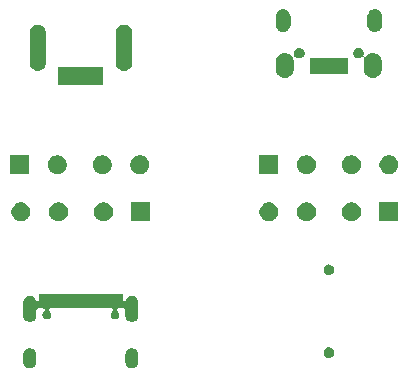
<source format=gbr>
G04 #@! TF.GenerationSoftware,KiCad,Pcbnew,(5.0.2)-1*
G04 #@! TF.CreationDate,2019-03-04T21:41:52+07:00*
G04 #@! TF.ProjectId,adapter,61646170-7465-4722-9e6b-696361645f70,rev?*
G04 #@! TF.SameCoordinates,Original*
G04 #@! TF.FileFunction,Soldermask,Top*
G04 #@! TF.FilePolarity,Negative*
%FSLAX46Y46*%
G04 Gerber Fmt 4.6, Leading zero omitted, Abs format (unit mm)*
G04 Created by KiCad (PCBNEW (5.0.2)-1) date 3/4/2019 9:41:52 PM*
%MOMM*%
%LPD*%
G01*
G04 APERTURE LIST*
%ADD10C,0.100000*%
G04 APERTURE END LIST*
D10*
G36*
X29428014Y-44056973D02*
X29531878Y-44088479D01*
X29627600Y-44139644D01*
X29711501Y-44208499D01*
X29780356Y-44292400D01*
X29831521Y-44388121D01*
X29863027Y-44491985D01*
X29871000Y-44572933D01*
X29871000Y-45227067D01*
X29863027Y-45308015D01*
X29831521Y-45411879D01*
X29780356Y-45507600D01*
X29711501Y-45591501D01*
X29627600Y-45660356D01*
X29531879Y-45711521D01*
X29428015Y-45743027D01*
X29320000Y-45753666D01*
X29211986Y-45743027D01*
X29108122Y-45711521D01*
X29012401Y-45660356D01*
X28928500Y-45591501D01*
X28859645Y-45507600D01*
X28808480Y-45411879D01*
X28776973Y-45308015D01*
X28769000Y-45227067D01*
X28769000Y-44572934D01*
X28776973Y-44491986D01*
X28808479Y-44388122D01*
X28859644Y-44292400D01*
X28928499Y-44208499D01*
X29012400Y-44139644D01*
X29108121Y-44088479D01*
X29211985Y-44056973D01*
X29320000Y-44046334D01*
X29428014Y-44056973D01*
X29428014Y-44056973D01*
G37*
G36*
X20788014Y-44056973D02*
X20891878Y-44088479D01*
X20987600Y-44139644D01*
X21071501Y-44208499D01*
X21140356Y-44292400D01*
X21191521Y-44388121D01*
X21223027Y-44491985D01*
X21231000Y-44572933D01*
X21231000Y-45227067D01*
X21223027Y-45308015D01*
X21191521Y-45411879D01*
X21140356Y-45507600D01*
X21071501Y-45591501D01*
X20987600Y-45660356D01*
X20891879Y-45711521D01*
X20788015Y-45743027D01*
X20680000Y-45753666D01*
X20571986Y-45743027D01*
X20468122Y-45711521D01*
X20372401Y-45660356D01*
X20288500Y-45591501D01*
X20219645Y-45507600D01*
X20168480Y-45411879D01*
X20136973Y-45308015D01*
X20129000Y-45227067D01*
X20129000Y-44572934D01*
X20136973Y-44491986D01*
X20168479Y-44388122D01*
X20219644Y-44292400D01*
X20288499Y-44208499D01*
X20372400Y-44139644D01*
X20468121Y-44088479D01*
X20571985Y-44056973D01*
X20680000Y-44046334D01*
X20788014Y-44056973D01*
X20788014Y-44056973D01*
G37*
G36*
X46131552Y-43966331D02*
X46213625Y-44000327D01*
X46213626Y-44000328D01*
X46213629Y-44000329D01*
X46287496Y-44049686D01*
X46287500Y-44049689D01*
X46350311Y-44112500D01*
X46350313Y-44112503D01*
X46350314Y-44112504D01*
X46399671Y-44186371D01*
X46399672Y-44186374D01*
X46399673Y-44186375D01*
X46433669Y-44268448D01*
X46451000Y-44355579D01*
X46451000Y-44444421D01*
X46433669Y-44531552D01*
X46416525Y-44572940D01*
X46399671Y-44613629D01*
X46350314Y-44687496D01*
X46350311Y-44687500D01*
X46287500Y-44750311D01*
X46287497Y-44750313D01*
X46287496Y-44750314D01*
X46213629Y-44799671D01*
X46213626Y-44799672D01*
X46213625Y-44799673D01*
X46131552Y-44833669D01*
X46044421Y-44851000D01*
X45955579Y-44851000D01*
X45868448Y-44833669D01*
X45786375Y-44799673D01*
X45786374Y-44799672D01*
X45786371Y-44799671D01*
X45712504Y-44750314D01*
X45712503Y-44750313D01*
X45712500Y-44750311D01*
X45649689Y-44687500D01*
X45649686Y-44687496D01*
X45600329Y-44613629D01*
X45583475Y-44572940D01*
X45566331Y-44531552D01*
X45549000Y-44444421D01*
X45549000Y-44355579D01*
X45566331Y-44268448D01*
X45600327Y-44186375D01*
X45600328Y-44186374D01*
X45600329Y-44186371D01*
X45649686Y-44112504D01*
X45649687Y-44112503D01*
X45649689Y-44112500D01*
X45712500Y-44049689D01*
X45712504Y-44049686D01*
X45786371Y-44000329D01*
X45786374Y-44000328D01*
X45786375Y-44000327D01*
X45868448Y-43966331D01*
X45955579Y-43949000D01*
X46044421Y-43949000D01*
X46131552Y-43966331D01*
X46131552Y-43966331D01*
G37*
G36*
X28551000Y-39964239D02*
X28553402Y-39988625D01*
X28560515Y-40012074D01*
X28572066Y-40033685D01*
X28587612Y-40052627D01*
X28606554Y-40068173D01*
X28628165Y-40079724D01*
X28651614Y-40086837D01*
X28676000Y-40089239D01*
X28700386Y-40086837D01*
X28723835Y-40079724D01*
X28745446Y-40068173D01*
X28764388Y-40052627D01*
X28779934Y-40033685D01*
X28791485Y-40012074D01*
X28795610Y-40000546D01*
X28808479Y-39958122D01*
X28859644Y-39862400D01*
X28928499Y-39778499D01*
X29012400Y-39709644D01*
X29108121Y-39658479D01*
X29211985Y-39626973D01*
X29320000Y-39616334D01*
X29428014Y-39626973D01*
X29531878Y-39658479D01*
X29627600Y-39709644D01*
X29711501Y-39778499D01*
X29780356Y-39862400D01*
X29831521Y-39958121D01*
X29863027Y-40061985D01*
X29871000Y-40142933D01*
X29871000Y-41297067D01*
X29863027Y-41378015D01*
X29831521Y-41481879D01*
X29780356Y-41577600D01*
X29711501Y-41661501D01*
X29627600Y-41730356D01*
X29531879Y-41781521D01*
X29428015Y-41813027D01*
X29320000Y-41823666D01*
X29211986Y-41813027D01*
X29108122Y-41781521D01*
X29012401Y-41730356D01*
X28928500Y-41661501D01*
X28859645Y-41577600D01*
X28808480Y-41481879D01*
X28776974Y-41378015D01*
X28769001Y-41297067D01*
X28769001Y-40805996D01*
X28766599Y-40781614D01*
X28759486Y-40758165D01*
X28747935Y-40736554D01*
X28732389Y-40717612D01*
X28713447Y-40702066D01*
X28691836Y-40690515D01*
X28668387Y-40683402D01*
X28644001Y-40681000D01*
X28172181Y-40681000D01*
X28147795Y-40683402D01*
X28124346Y-40690515D01*
X28102735Y-40702066D01*
X28083793Y-40717612D01*
X28068247Y-40736554D01*
X28056696Y-40758165D01*
X28049583Y-40781614D01*
X28047181Y-40806000D01*
X28049583Y-40830386D01*
X28056696Y-40853835D01*
X28068247Y-40875446D01*
X28083793Y-40894388D01*
X28102735Y-40909934D01*
X28129689Y-40927944D01*
X28182056Y-40980311D01*
X28182058Y-40980314D01*
X28223207Y-41041897D01*
X28251550Y-41110325D01*
X28251551Y-41110328D01*
X28266000Y-41182966D01*
X28266000Y-41257034D01*
X28258037Y-41297067D01*
X28251550Y-41329675D01*
X28223207Y-41398103D01*
X28182243Y-41459409D01*
X28182056Y-41459689D01*
X28129689Y-41512056D01*
X28129686Y-41512058D01*
X28068103Y-41553207D01*
X27999675Y-41581550D01*
X27999674Y-41581550D01*
X27999672Y-41581551D01*
X27927034Y-41596000D01*
X27852966Y-41596000D01*
X27780328Y-41581551D01*
X27780326Y-41581550D01*
X27780325Y-41581550D01*
X27711897Y-41553207D01*
X27650314Y-41512058D01*
X27650311Y-41512056D01*
X27597944Y-41459689D01*
X27597757Y-41459409D01*
X27556793Y-41398103D01*
X27528450Y-41329675D01*
X27521964Y-41297067D01*
X27514000Y-41257034D01*
X27514000Y-41182966D01*
X27528449Y-41110328D01*
X27528450Y-41110325D01*
X27556793Y-41041897D01*
X27597942Y-40980314D01*
X27597944Y-40980311D01*
X27650311Y-40927944D01*
X27677265Y-40909934D01*
X27696207Y-40894389D01*
X27711752Y-40875447D01*
X27723304Y-40853836D01*
X27730417Y-40830387D01*
X27732819Y-40806001D01*
X27730417Y-40781614D01*
X27723304Y-40758165D01*
X27711753Y-40736554D01*
X27696208Y-40717612D01*
X27677266Y-40702067D01*
X27655655Y-40690515D01*
X27632206Y-40683402D01*
X27607819Y-40681000D01*
X22392181Y-40681000D01*
X22367795Y-40683402D01*
X22344346Y-40690515D01*
X22322735Y-40702066D01*
X22303793Y-40717612D01*
X22288247Y-40736554D01*
X22276696Y-40758165D01*
X22269583Y-40781614D01*
X22267181Y-40806000D01*
X22269583Y-40830386D01*
X22276696Y-40853835D01*
X22288247Y-40875446D01*
X22303793Y-40894388D01*
X22322735Y-40909934D01*
X22349689Y-40927944D01*
X22402056Y-40980311D01*
X22402058Y-40980314D01*
X22443207Y-41041897D01*
X22471550Y-41110325D01*
X22471551Y-41110328D01*
X22486000Y-41182966D01*
X22486000Y-41257034D01*
X22478037Y-41297067D01*
X22471550Y-41329675D01*
X22443207Y-41398103D01*
X22402243Y-41459409D01*
X22402056Y-41459689D01*
X22349689Y-41512056D01*
X22349686Y-41512058D01*
X22288103Y-41553207D01*
X22219675Y-41581550D01*
X22219674Y-41581550D01*
X22219672Y-41581551D01*
X22147034Y-41596000D01*
X22072966Y-41596000D01*
X22000328Y-41581551D01*
X22000326Y-41581550D01*
X22000325Y-41581550D01*
X21931897Y-41553207D01*
X21870314Y-41512058D01*
X21870311Y-41512056D01*
X21817944Y-41459689D01*
X21817757Y-41459409D01*
X21776793Y-41398103D01*
X21748450Y-41329675D01*
X21741964Y-41297067D01*
X21734000Y-41257034D01*
X21734000Y-41182966D01*
X21748449Y-41110328D01*
X21748450Y-41110325D01*
X21776793Y-41041897D01*
X21817942Y-40980314D01*
X21817944Y-40980311D01*
X21870311Y-40927944D01*
X21897265Y-40909934D01*
X21916207Y-40894389D01*
X21931752Y-40875447D01*
X21943304Y-40853836D01*
X21950417Y-40830387D01*
X21952819Y-40806001D01*
X21950417Y-40781614D01*
X21943304Y-40758165D01*
X21931753Y-40736554D01*
X21916208Y-40717612D01*
X21897266Y-40702067D01*
X21875655Y-40690515D01*
X21852206Y-40683402D01*
X21827819Y-40681000D01*
X21356000Y-40681000D01*
X21331614Y-40683402D01*
X21308165Y-40690515D01*
X21286554Y-40702066D01*
X21267612Y-40717612D01*
X21252066Y-40736554D01*
X21240515Y-40758165D01*
X21233402Y-40781614D01*
X21231000Y-40806000D01*
X21231000Y-41297067D01*
X21223027Y-41378015D01*
X21191521Y-41481879D01*
X21140356Y-41577600D01*
X21071501Y-41661501D01*
X20987600Y-41730356D01*
X20891879Y-41781521D01*
X20788015Y-41813027D01*
X20680000Y-41823666D01*
X20571986Y-41813027D01*
X20468122Y-41781521D01*
X20372401Y-41730356D01*
X20288500Y-41661501D01*
X20219645Y-41577600D01*
X20168480Y-41481879D01*
X20136974Y-41378015D01*
X20129001Y-41297067D01*
X20129000Y-40142934D01*
X20136973Y-40061986D01*
X20168479Y-39958122D01*
X20219644Y-39862400D01*
X20288499Y-39778499D01*
X20372400Y-39709644D01*
X20468121Y-39658479D01*
X20571985Y-39626973D01*
X20680000Y-39616334D01*
X20788014Y-39626973D01*
X20891878Y-39658479D01*
X20987600Y-39709644D01*
X21071501Y-39778499D01*
X21140356Y-39862400D01*
X21191521Y-39958121D01*
X21204386Y-40000534D01*
X21213760Y-40023162D01*
X21227373Y-40043537D01*
X21244700Y-40060864D01*
X21265075Y-40074478D01*
X21287714Y-40083855D01*
X21311747Y-40088636D01*
X21336252Y-40088636D01*
X21360285Y-40083856D01*
X21382924Y-40074478D01*
X21403299Y-40060865D01*
X21420626Y-40043538D01*
X21434240Y-40023163D01*
X21443617Y-40000524D01*
X21448398Y-39976491D01*
X21449000Y-39964238D01*
X21449000Y-39429000D01*
X28551000Y-39429000D01*
X28551000Y-39964239D01*
X28551000Y-39964239D01*
G37*
G36*
X46131552Y-36966331D02*
X46213625Y-37000327D01*
X46213626Y-37000328D01*
X46213629Y-37000329D01*
X46287496Y-37049686D01*
X46287500Y-37049689D01*
X46350311Y-37112500D01*
X46350313Y-37112503D01*
X46350314Y-37112504D01*
X46399671Y-37186371D01*
X46399672Y-37186374D01*
X46399673Y-37186375D01*
X46433669Y-37268448D01*
X46451000Y-37355579D01*
X46451000Y-37444421D01*
X46433669Y-37531552D01*
X46399673Y-37613625D01*
X46399671Y-37613629D01*
X46350314Y-37687496D01*
X46350311Y-37687500D01*
X46287500Y-37750311D01*
X46287497Y-37750313D01*
X46287496Y-37750314D01*
X46213629Y-37799671D01*
X46213626Y-37799672D01*
X46213625Y-37799673D01*
X46131552Y-37833669D01*
X46044421Y-37851000D01*
X45955579Y-37851000D01*
X45868448Y-37833669D01*
X45786375Y-37799673D01*
X45786374Y-37799672D01*
X45786371Y-37799671D01*
X45712504Y-37750314D01*
X45712503Y-37750313D01*
X45712500Y-37750311D01*
X45649689Y-37687500D01*
X45649686Y-37687496D01*
X45600329Y-37613629D01*
X45600327Y-37613625D01*
X45566331Y-37531552D01*
X45549000Y-37444421D01*
X45549000Y-37355579D01*
X45566331Y-37268448D01*
X45600327Y-37186375D01*
X45600328Y-37186374D01*
X45600329Y-37186371D01*
X45649686Y-37112504D01*
X45649687Y-37112503D01*
X45649689Y-37112500D01*
X45712500Y-37049689D01*
X45712504Y-37049686D01*
X45786371Y-37000329D01*
X45786374Y-37000328D01*
X45786375Y-37000327D01*
X45868448Y-36966331D01*
X45955579Y-36949000D01*
X46044421Y-36949000D01*
X46131552Y-36966331D01*
X46131552Y-36966331D01*
G37*
G36*
X51881000Y-33301000D02*
X50279000Y-33301000D01*
X50279000Y-31699000D01*
X51881000Y-31699000D01*
X51881000Y-33301000D01*
X51881000Y-33301000D01*
G37*
G36*
X20153643Y-31729781D02*
X20299415Y-31790162D01*
X20430611Y-31877824D01*
X20542176Y-31989389D01*
X20629838Y-32120585D01*
X20690219Y-32266357D01*
X20721000Y-32421107D01*
X20721000Y-32578893D01*
X20690219Y-32733643D01*
X20629838Y-32879415D01*
X20542176Y-33010611D01*
X20430611Y-33122176D01*
X20299415Y-33209838D01*
X20153643Y-33270219D01*
X19998893Y-33301000D01*
X19841107Y-33301000D01*
X19686357Y-33270219D01*
X19540585Y-33209838D01*
X19409389Y-33122176D01*
X19297824Y-33010611D01*
X19210162Y-32879415D01*
X19149781Y-32733643D01*
X19119000Y-32578893D01*
X19119000Y-32421107D01*
X19149781Y-32266357D01*
X19210162Y-32120585D01*
X19297824Y-31989389D01*
X19409389Y-31877824D01*
X19540585Y-31790162D01*
X19686357Y-31729781D01*
X19841107Y-31699000D01*
X19998893Y-31699000D01*
X20153643Y-31729781D01*
X20153643Y-31729781D01*
G37*
G36*
X23328643Y-31729781D02*
X23474415Y-31790162D01*
X23605611Y-31877824D01*
X23717176Y-31989389D01*
X23804838Y-32120585D01*
X23865219Y-32266357D01*
X23896000Y-32421107D01*
X23896000Y-32578893D01*
X23865219Y-32733643D01*
X23804838Y-32879415D01*
X23717176Y-33010611D01*
X23605611Y-33122176D01*
X23474415Y-33209838D01*
X23328643Y-33270219D01*
X23173893Y-33301000D01*
X23016107Y-33301000D01*
X22861357Y-33270219D01*
X22715585Y-33209838D01*
X22584389Y-33122176D01*
X22472824Y-33010611D01*
X22385162Y-32879415D01*
X22324781Y-32733643D01*
X22294000Y-32578893D01*
X22294000Y-32421107D01*
X22324781Y-32266357D01*
X22385162Y-32120585D01*
X22472824Y-31989389D01*
X22584389Y-31877824D01*
X22715585Y-31790162D01*
X22861357Y-31729781D01*
X23016107Y-31699000D01*
X23173893Y-31699000D01*
X23328643Y-31729781D01*
X23328643Y-31729781D01*
G37*
G36*
X27138643Y-31729781D02*
X27284415Y-31790162D01*
X27415611Y-31877824D01*
X27527176Y-31989389D01*
X27614838Y-32120585D01*
X27675219Y-32266357D01*
X27706000Y-32421107D01*
X27706000Y-32578893D01*
X27675219Y-32733643D01*
X27614838Y-32879415D01*
X27527176Y-33010611D01*
X27415611Y-33122176D01*
X27284415Y-33209838D01*
X27138643Y-33270219D01*
X26983893Y-33301000D01*
X26826107Y-33301000D01*
X26671357Y-33270219D01*
X26525585Y-33209838D01*
X26394389Y-33122176D01*
X26282824Y-33010611D01*
X26195162Y-32879415D01*
X26134781Y-32733643D01*
X26104000Y-32578893D01*
X26104000Y-32421107D01*
X26134781Y-32266357D01*
X26195162Y-32120585D01*
X26282824Y-31989389D01*
X26394389Y-31877824D01*
X26525585Y-31790162D01*
X26671357Y-31729781D01*
X26826107Y-31699000D01*
X26983893Y-31699000D01*
X27138643Y-31729781D01*
X27138643Y-31729781D01*
G37*
G36*
X30881000Y-33301000D02*
X29279000Y-33301000D01*
X29279000Y-31699000D01*
X30881000Y-31699000D01*
X30881000Y-33301000D01*
X30881000Y-33301000D01*
G37*
G36*
X44328643Y-31729781D02*
X44474415Y-31790162D01*
X44605611Y-31877824D01*
X44717176Y-31989389D01*
X44804838Y-32120585D01*
X44865219Y-32266357D01*
X44896000Y-32421107D01*
X44896000Y-32578893D01*
X44865219Y-32733643D01*
X44804838Y-32879415D01*
X44717176Y-33010611D01*
X44605611Y-33122176D01*
X44474415Y-33209838D01*
X44328643Y-33270219D01*
X44173893Y-33301000D01*
X44016107Y-33301000D01*
X43861357Y-33270219D01*
X43715585Y-33209838D01*
X43584389Y-33122176D01*
X43472824Y-33010611D01*
X43385162Y-32879415D01*
X43324781Y-32733643D01*
X43294000Y-32578893D01*
X43294000Y-32421107D01*
X43324781Y-32266357D01*
X43385162Y-32120585D01*
X43472824Y-31989389D01*
X43584389Y-31877824D01*
X43715585Y-31790162D01*
X43861357Y-31729781D01*
X44016107Y-31699000D01*
X44173893Y-31699000D01*
X44328643Y-31729781D01*
X44328643Y-31729781D01*
G37*
G36*
X48138643Y-31729781D02*
X48284415Y-31790162D01*
X48415611Y-31877824D01*
X48527176Y-31989389D01*
X48614838Y-32120585D01*
X48675219Y-32266357D01*
X48706000Y-32421107D01*
X48706000Y-32578893D01*
X48675219Y-32733643D01*
X48614838Y-32879415D01*
X48527176Y-33010611D01*
X48415611Y-33122176D01*
X48284415Y-33209838D01*
X48138643Y-33270219D01*
X47983893Y-33301000D01*
X47826107Y-33301000D01*
X47671357Y-33270219D01*
X47525585Y-33209838D01*
X47394389Y-33122176D01*
X47282824Y-33010611D01*
X47195162Y-32879415D01*
X47134781Y-32733643D01*
X47104000Y-32578893D01*
X47104000Y-32421107D01*
X47134781Y-32266357D01*
X47195162Y-32120585D01*
X47282824Y-31989389D01*
X47394389Y-31877824D01*
X47525585Y-31790162D01*
X47671357Y-31729781D01*
X47826107Y-31699000D01*
X47983893Y-31699000D01*
X48138643Y-31729781D01*
X48138643Y-31729781D01*
G37*
G36*
X41153643Y-31729781D02*
X41299415Y-31790162D01*
X41430611Y-31877824D01*
X41542176Y-31989389D01*
X41629838Y-32120585D01*
X41690219Y-32266357D01*
X41721000Y-32421107D01*
X41721000Y-32578893D01*
X41690219Y-32733643D01*
X41629838Y-32879415D01*
X41542176Y-33010611D01*
X41430611Y-33122176D01*
X41299415Y-33209838D01*
X41153643Y-33270219D01*
X40998893Y-33301000D01*
X40841107Y-33301000D01*
X40686357Y-33270219D01*
X40540585Y-33209838D01*
X40409389Y-33122176D01*
X40297824Y-33010611D01*
X40210162Y-32879415D01*
X40149781Y-32733643D01*
X40119000Y-32578893D01*
X40119000Y-32421107D01*
X40149781Y-32266357D01*
X40210162Y-32120585D01*
X40297824Y-31989389D01*
X40409389Y-31877824D01*
X40540585Y-31790162D01*
X40686357Y-31729781D01*
X40841107Y-31699000D01*
X40998893Y-31699000D01*
X41153643Y-31729781D01*
X41153643Y-31729781D01*
G37*
G36*
X51313643Y-27729781D02*
X51459415Y-27790162D01*
X51590611Y-27877824D01*
X51702176Y-27989389D01*
X51789838Y-28120585D01*
X51850219Y-28266357D01*
X51881000Y-28421107D01*
X51881000Y-28578893D01*
X51850219Y-28733643D01*
X51789838Y-28879415D01*
X51702176Y-29010611D01*
X51590611Y-29122176D01*
X51459415Y-29209838D01*
X51313643Y-29270219D01*
X51158893Y-29301000D01*
X51001107Y-29301000D01*
X50846357Y-29270219D01*
X50700585Y-29209838D01*
X50569389Y-29122176D01*
X50457824Y-29010611D01*
X50370162Y-28879415D01*
X50309781Y-28733643D01*
X50279000Y-28578893D01*
X50279000Y-28421107D01*
X50309781Y-28266357D01*
X50370162Y-28120585D01*
X50457824Y-27989389D01*
X50569389Y-27877824D01*
X50700585Y-27790162D01*
X50846357Y-27729781D01*
X51001107Y-27699000D01*
X51158893Y-27699000D01*
X51313643Y-27729781D01*
X51313643Y-27729781D01*
G37*
G36*
X20626000Y-29301000D02*
X19024000Y-29301000D01*
X19024000Y-27699000D01*
X20626000Y-27699000D01*
X20626000Y-29301000D01*
X20626000Y-29301000D01*
G37*
G36*
X23233643Y-27729781D02*
X23379415Y-27790162D01*
X23510611Y-27877824D01*
X23622176Y-27989389D01*
X23709838Y-28120585D01*
X23770219Y-28266357D01*
X23801000Y-28421107D01*
X23801000Y-28578893D01*
X23770219Y-28733643D01*
X23709838Y-28879415D01*
X23622176Y-29010611D01*
X23510611Y-29122176D01*
X23379415Y-29209838D01*
X23233643Y-29270219D01*
X23078893Y-29301000D01*
X22921107Y-29301000D01*
X22766357Y-29270219D01*
X22620585Y-29209838D01*
X22489389Y-29122176D01*
X22377824Y-29010611D01*
X22290162Y-28879415D01*
X22229781Y-28733643D01*
X22199000Y-28578893D01*
X22199000Y-28421107D01*
X22229781Y-28266357D01*
X22290162Y-28120585D01*
X22377824Y-27989389D01*
X22489389Y-27877824D01*
X22620585Y-27790162D01*
X22766357Y-27729781D01*
X22921107Y-27699000D01*
X23078893Y-27699000D01*
X23233643Y-27729781D01*
X23233643Y-27729781D01*
G37*
G36*
X30218643Y-27729781D02*
X30364415Y-27790162D01*
X30495611Y-27877824D01*
X30607176Y-27989389D01*
X30694838Y-28120585D01*
X30755219Y-28266357D01*
X30786000Y-28421107D01*
X30786000Y-28578893D01*
X30755219Y-28733643D01*
X30694838Y-28879415D01*
X30607176Y-29010611D01*
X30495611Y-29122176D01*
X30364415Y-29209838D01*
X30218643Y-29270219D01*
X30063893Y-29301000D01*
X29906107Y-29301000D01*
X29751357Y-29270219D01*
X29605585Y-29209838D01*
X29474389Y-29122176D01*
X29362824Y-29010611D01*
X29275162Y-28879415D01*
X29214781Y-28733643D01*
X29184000Y-28578893D01*
X29184000Y-28421107D01*
X29214781Y-28266357D01*
X29275162Y-28120585D01*
X29362824Y-27989389D01*
X29474389Y-27877824D01*
X29605585Y-27790162D01*
X29751357Y-27729781D01*
X29906107Y-27699000D01*
X30063893Y-27699000D01*
X30218643Y-27729781D01*
X30218643Y-27729781D01*
G37*
G36*
X41721000Y-29301000D02*
X40119000Y-29301000D01*
X40119000Y-27699000D01*
X41721000Y-27699000D01*
X41721000Y-29301000D01*
X41721000Y-29301000D01*
G37*
G36*
X44328643Y-27729781D02*
X44474415Y-27790162D01*
X44605611Y-27877824D01*
X44717176Y-27989389D01*
X44804838Y-28120585D01*
X44865219Y-28266357D01*
X44896000Y-28421107D01*
X44896000Y-28578893D01*
X44865219Y-28733643D01*
X44804838Y-28879415D01*
X44717176Y-29010611D01*
X44605611Y-29122176D01*
X44474415Y-29209838D01*
X44328643Y-29270219D01*
X44173893Y-29301000D01*
X44016107Y-29301000D01*
X43861357Y-29270219D01*
X43715585Y-29209838D01*
X43584389Y-29122176D01*
X43472824Y-29010611D01*
X43385162Y-28879415D01*
X43324781Y-28733643D01*
X43294000Y-28578893D01*
X43294000Y-28421107D01*
X43324781Y-28266357D01*
X43385162Y-28120585D01*
X43472824Y-27989389D01*
X43584389Y-27877824D01*
X43715585Y-27790162D01*
X43861357Y-27729781D01*
X44016107Y-27699000D01*
X44173893Y-27699000D01*
X44328643Y-27729781D01*
X44328643Y-27729781D01*
G37*
G36*
X48138643Y-27729781D02*
X48284415Y-27790162D01*
X48415611Y-27877824D01*
X48527176Y-27989389D01*
X48614838Y-28120585D01*
X48675219Y-28266357D01*
X48706000Y-28421107D01*
X48706000Y-28578893D01*
X48675219Y-28733643D01*
X48614838Y-28879415D01*
X48527176Y-29010611D01*
X48415611Y-29122176D01*
X48284415Y-29209838D01*
X48138643Y-29270219D01*
X47983893Y-29301000D01*
X47826107Y-29301000D01*
X47671357Y-29270219D01*
X47525585Y-29209838D01*
X47394389Y-29122176D01*
X47282824Y-29010611D01*
X47195162Y-28879415D01*
X47134781Y-28733643D01*
X47104000Y-28578893D01*
X47104000Y-28421107D01*
X47134781Y-28266357D01*
X47195162Y-28120585D01*
X47282824Y-27989389D01*
X47394389Y-27877824D01*
X47525585Y-27790162D01*
X47671357Y-27729781D01*
X47826107Y-27699000D01*
X47983893Y-27699000D01*
X48138643Y-27729781D01*
X48138643Y-27729781D01*
G37*
G36*
X27043643Y-27729781D02*
X27189415Y-27790162D01*
X27320611Y-27877824D01*
X27432176Y-27989389D01*
X27519838Y-28120585D01*
X27580219Y-28266357D01*
X27611000Y-28421107D01*
X27611000Y-28578893D01*
X27580219Y-28733643D01*
X27519838Y-28879415D01*
X27432176Y-29010611D01*
X27320611Y-29122176D01*
X27189415Y-29209838D01*
X27043643Y-29270219D01*
X26888893Y-29301000D01*
X26731107Y-29301000D01*
X26576357Y-29270219D01*
X26430585Y-29209838D01*
X26299389Y-29122176D01*
X26187824Y-29010611D01*
X26100162Y-28879415D01*
X26039781Y-28733643D01*
X26009000Y-28578893D01*
X26009000Y-28421107D01*
X26039781Y-28266357D01*
X26100162Y-28120585D01*
X26187824Y-27989389D01*
X26299389Y-27877824D01*
X26430585Y-27790162D01*
X26576357Y-27729781D01*
X26731107Y-27699000D01*
X26888893Y-27699000D01*
X27043643Y-27729781D01*
X27043643Y-27729781D01*
G37*
G36*
X26901000Y-21751000D02*
X23099000Y-21751000D01*
X23099000Y-20249000D01*
X26901000Y-20249000D01*
X26901000Y-21751000D01*
X26901000Y-21751000D01*
G37*
G36*
X43588413Y-18605525D02*
X43663456Y-18628290D01*
X43673425Y-18631314D01*
X43751774Y-18673193D01*
X43820448Y-18729552D01*
X43876807Y-18798226D01*
X43918686Y-18876575D01*
X43918687Y-18876579D01*
X43944475Y-18961587D01*
X43953182Y-19050000D01*
X43944475Y-19138413D01*
X43927455Y-19194518D01*
X43918686Y-19223425D01*
X43876807Y-19301774D01*
X43820448Y-19370448D01*
X43751774Y-19426807D01*
X43673425Y-19468686D01*
X43663456Y-19471710D01*
X43588413Y-19494475D01*
X43522158Y-19501000D01*
X43477842Y-19501000D01*
X43411587Y-19494475D01*
X43336544Y-19471710D01*
X43326575Y-19468686D01*
X43273265Y-19440191D01*
X43248225Y-19426807D01*
X43209687Y-19395179D01*
X43188571Y-19377850D01*
X43168202Y-19364239D01*
X43145563Y-19354862D01*
X43121529Y-19350081D01*
X43097025Y-19350081D01*
X43072992Y-19354861D01*
X43050352Y-19364238D01*
X43029978Y-19377852D01*
X43012650Y-19395179D01*
X42999036Y-19415553D01*
X42989659Y-19438192D01*
X42984878Y-19462226D01*
X42984878Y-19486730D01*
X42989658Y-19510763D01*
X42993157Y-19519212D01*
X42995398Y-19526599D01*
X42995399Y-19526601D01*
X43033727Y-19652953D01*
X43039772Y-19672881D01*
X43051000Y-19786882D01*
X43051000Y-20413118D01*
X43039772Y-20527119D01*
X42995398Y-20673401D01*
X42923341Y-20808210D01*
X42826369Y-20926369D01*
X42708209Y-21023341D01*
X42708207Y-21023342D01*
X42573398Y-21095399D01*
X42454351Y-21131511D01*
X42427118Y-21139772D01*
X42275000Y-21154754D01*
X42122881Y-21139772D01*
X42095648Y-21131511D01*
X41976601Y-21095399D01*
X41841792Y-21023342D01*
X41841790Y-21023341D01*
X41723631Y-20926369D01*
X41626659Y-20808209D01*
X41554602Y-20673400D01*
X41510228Y-20527118D01*
X41499000Y-20413117D01*
X41499000Y-19786882D01*
X41510228Y-19672881D01*
X41554602Y-19526599D01*
X41626660Y-19391790D01*
X41723632Y-19273631D01*
X41841791Y-19176659D01*
X41976600Y-19104602D01*
X41976602Y-19104601D01*
X42122879Y-19060229D01*
X42122882Y-19060228D01*
X42275000Y-19045246D01*
X42427119Y-19060228D01*
X42427122Y-19060229D01*
X42573399Y-19104601D01*
X42573401Y-19104602D01*
X42708210Y-19176659D01*
X42789114Y-19243056D01*
X42826367Y-19273629D01*
X42826370Y-19273632D01*
X42856304Y-19310105D01*
X42873631Y-19327432D01*
X42894006Y-19341046D01*
X42916645Y-19350423D01*
X42940678Y-19355203D01*
X42965183Y-19355203D01*
X42989216Y-19350422D01*
X43011855Y-19341044D01*
X43032229Y-19327430D01*
X43049556Y-19310103D01*
X43063170Y-19289728D01*
X43072547Y-19267089D01*
X43077327Y-19243056D01*
X43077327Y-19218551D01*
X43072547Y-19194524D01*
X43066167Y-19173489D01*
X43055525Y-19138411D01*
X43046818Y-19050000D01*
X43055525Y-18961587D01*
X43081313Y-18876579D01*
X43081314Y-18876575D01*
X43123193Y-18798226D01*
X43179552Y-18729552D01*
X43248226Y-18673193D01*
X43326575Y-18631314D01*
X43336544Y-18628290D01*
X43411587Y-18605525D01*
X43477842Y-18599000D01*
X43522158Y-18599000D01*
X43588413Y-18605525D01*
X43588413Y-18605525D01*
G37*
G36*
X48588413Y-18605525D02*
X48663456Y-18628290D01*
X48673425Y-18631314D01*
X48751774Y-18673193D01*
X48820448Y-18729552D01*
X48876807Y-18798226D01*
X48918686Y-18876575D01*
X48918687Y-18876579D01*
X48944475Y-18961587D01*
X48953182Y-19050000D01*
X48944475Y-19138413D01*
X48927454Y-19194521D01*
X48922673Y-19218554D01*
X48922673Y-19243058D01*
X48927453Y-19267092D01*
X48936830Y-19289731D01*
X48950444Y-19310106D01*
X48967771Y-19327433D01*
X48988146Y-19341047D01*
X49010785Y-19350424D01*
X49034818Y-19355205D01*
X49059322Y-19355205D01*
X49083356Y-19350425D01*
X49105995Y-19341048D01*
X49126370Y-19327434D01*
X49143698Y-19310106D01*
X49173632Y-19273631D01*
X49173634Y-19273629D01*
X49291791Y-19176659D01*
X49426600Y-19104602D01*
X49426602Y-19104601D01*
X49572879Y-19060229D01*
X49572882Y-19060228D01*
X49725000Y-19045246D01*
X49877119Y-19060228D01*
X49877122Y-19060229D01*
X50023399Y-19104601D01*
X50023401Y-19104602D01*
X50158210Y-19176659D01*
X50276369Y-19273631D01*
X50373341Y-19391790D01*
X50445398Y-19526599D01*
X50489772Y-19672881D01*
X50501000Y-19786882D01*
X50501000Y-20413118D01*
X50489772Y-20527119D01*
X50445398Y-20673401D01*
X50373341Y-20808210D01*
X50276369Y-20926369D01*
X50158209Y-21023341D01*
X50158207Y-21023342D01*
X50023398Y-21095399D01*
X49904351Y-21131511D01*
X49877118Y-21139772D01*
X49725000Y-21154754D01*
X49572881Y-21139772D01*
X49545648Y-21131511D01*
X49426601Y-21095399D01*
X49291792Y-21023342D01*
X49291790Y-21023341D01*
X49173631Y-20926369D01*
X49076659Y-20808209D01*
X49004602Y-20673400D01*
X48960228Y-20527118D01*
X48949000Y-20413117D01*
X48949000Y-19786882D01*
X48960228Y-19672881D01*
X49006844Y-19519208D01*
X49010345Y-19510754D01*
X49015123Y-19486721D01*
X49015121Y-19462216D01*
X49010338Y-19438183D01*
X49000959Y-19415545D01*
X48987344Y-19395172D01*
X48970015Y-19377846D01*
X48949639Y-19364234D01*
X48926999Y-19354858D01*
X48902966Y-19350080D01*
X48878461Y-19350082D01*
X48854428Y-19354865D01*
X48831790Y-19364244D01*
X48811429Y-19377850D01*
X48790313Y-19395179D01*
X48751775Y-19426807D01*
X48726735Y-19440191D01*
X48673425Y-19468686D01*
X48663456Y-19471710D01*
X48588413Y-19494475D01*
X48522158Y-19501000D01*
X48477842Y-19501000D01*
X48411587Y-19494475D01*
X48336544Y-19471710D01*
X48326575Y-19468686D01*
X48248226Y-19426807D01*
X48179552Y-19370448D01*
X48123193Y-19301774D01*
X48081314Y-19223425D01*
X48072545Y-19194518D01*
X48055525Y-19138413D01*
X48046818Y-19050000D01*
X48055525Y-18961587D01*
X48081313Y-18876579D01*
X48081314Y-18876575D01*
X48123193Y-18798226D01*
X48179552Y-18729552D01*
X48248226Y-18673193D01*
X48326575Y-18631314D01*
X48336544Y-18628290D01*
X48411587Y-18605525D01*
X48477842Y-18599000D01*
X48522158Y-18599000D01*
X48588413Y-18605525D01*
X48588413Y-18605525D01*
G37*
G36*
X47576000Y-20851000D02*
X44424000Y-20851000D01*
X44424000Y-19449000D01*
X47576000Y-19449000D01*
X47576000Y-20851000D01*
X47576000Y-20851000D01*
G37*
G36*
X21487421Y-16659143D02*
X21619557Y-16699227D01*
X21619559Y-16699228D01*
X21741339Y-16764320D01*
X21848080Y-16851920D01*
X21935680Y-16958661D01*
X22000772Y-17080441D01*
X22000773Y-17080443D01*
X22040857Y-17212579D01*
X22051000Y-17315568D01*
X22051000Y-19884432D01*
X22040857Y-19987421D01*
X22000773Y-20119556D01*
X22000772Y-20119559D01*
X21935680Y-20241339D01*
X21872691Y-20318090D01*
X21848078Y-20348082D01*
X21768836Y-20413113D01*
X21741338Y-20435680D01*
X21619558Y-20500772D01*
X21619556Y-20500773D01*
X21487420Y-20540857D01*
X21350000Y-20554391D01*
X21212579Y-20540857D01*
X21080443Y-20500773D01*
X21080441Y-20500772D01*
X20958661Y-20435680D01*
X20881910Y-20372691D01*
X20851918Y-20348078D01*
X20764321Y-20241339D01*
X20764320Y-20241337D01*
X20699228Y-20119558D01*
X20699227Y-20119556D01*
X20659143Y-19987420D01*
X20649000Y-19884431D01*
X20649001Y-17315568D01*
X20659144Y-17212579D01*
X20699228Y-17080443D01*
X20699229Y-17080441D01*
X20764321Y-16958661D01*
X20851921Y-16851920D01*
X20958662Y-16764320D01*
X21080442Y-16699228D01*
X21080444Y-16699227D01*
X21212580Y-16659143D01*
X21350000Y-16645609D01*
X21487421Y-16659143D01*
X21487421Y-16659143D01*
G37*
G36*
X28787421Y-16659143D02*
X28919557Y-16699227D01*
X28919559Y-16699228D01*
X29041339Y-16764320D01*
X29148080Y-16851920D01*
X29235680Y-16958661D01*
X29300772Y-17080441D01*
X29300773Y-17080443D01*
X29340857Y-17212579D01*
X29351000Y-17315568D01*
X29351000Y-19884432D01*
X29340857Y-19987421D01*
X29300773Y-20119556D01*
X29300772Y-20119559D01*
X29235680Y-20241339D01*
X29172691Y-20318090D01*
X29148078Y-20348082D01*
X29068836Y-20413113D01*
X29041338Y-20435680D01*
X28919558Y-20500772D01*
X28919556Y-20500773D01*
X28787420Y-20540857D01*
X28650000Y-20554391D01*
X28512579Y-20540857D01*
X28380443Y-20500773D01*
X28380441Y-20500772D01*
X28258661Y-20435680D01*
X28181910Y-20372691D01*
X28151918Y-20348078D01*
X28064321Y-20241339D01*
X28064320Y-20241337D01*
X27999228Y-20119558D01*
X27999227Y-20119556D01*
X27959143Y-19987420D01*
X27949000Y-19884431D01*
X27949001Y-17315568D01*
X27959144Y-17212579D01*
X27999228Y-17080443D01*
X27999229Y-17080441D01*
X28064321Y-16958661D01*
X28151921Y-16851920D01*
X28258662Y-16764320D01*
X28380442Y-16699228D01*
X28380444Y-16699227D01*
X28512580Y-16659143D01*
X28650000Y-16645609D01*
X28787421Y-16659143D01*
X28787421Y-16659143D01*
G37*
G36*
X42247714Y-15358058D02*
X42247717Y-15358059D01*
X42365719Y-15393854D01*
X42365721Y-15393855D01*
X42474471Y-15451983D01*
X42569790Y-15530210D01*
X42648017Y-15625529D01*
X42706145Y-15734279D01*
X42741942Y-15852286D01*
X42751000Y-15944253D01*
X42751000Y-16655747D01*
X42741942Y-16747714D01*
X42741941Y-16747716D01*
X42741941Y-16747717D01*
X42710332Y-16851920D01*
X42706145Y-16865721D01*
X42648017Y-16974471D01*
X42569793Y-17069787D01*
X42569791Y-17069788D01*
X42569790Y-17069790D01*
X42474468Y-17148018D01*
X42365718Y-17206146D01*
X42269682Y-17235278D01*
X42247713Y-17241942D01*
X42125000Y-17254028D01*
X42002286Y-17241942D01*
X41980317Y-17235278D01*
X41884281Y-17206146D01*
X41775531Y-17148018D01*
X41775529Y-17148017D01*
X41680213Y-17069793D01*
X41680212Y-17069791D01*
X41680210Y-17069790D01*
X41601982Y-16974468D01*
X41543854Y-16865718D01*
X41508059Y-16747716D01*
X41508058Y-16747713D01*
X41499000Y-16655746D01*
X41499000Y-15944253D01*
X41508058Y-15852286D01*
X41543854Y-15734281D01*
X41543855Y-15734279D01*
X41601983Y-15625531D01*
X41680211Y-15530210D01*
X41775530Y-15451983D01*
X41884280Y-15393855D01*
X41884282Y-15393854D01*
X42002284Y-15358059D01*
X42002287Y-15358058D01*
X42125000Y-15345972D01*
X42247714Y-15358058D01*
X42247714Y-15358058D01*
G37*
G36*
X49997714Y-15358058D02*
X49997717Y-15358059D01*
X50115719Y-15393854D01*
X50115721Y-15393855D01*
X50224471Y-15451983D01*
X50319790Y-15530210D01*
X50398017Y-15625529D01*
X50456145Y-15734279D01*
X50491942Y-15852286D01*
X50501000Y-15944253D01*
X50501000Y-16655747D01*
X50491942Y-16747714D01*
X50491941Y-16747716D01*
X50491941Y-16747717D01*
X50460332Y-16851920D01*
X50456145Y-16865721D01*
X50398017Y-16974471D01*
X50319793Y-17069787D01*
X50319791Y-17069788D01*
X50319790Y-17069790D01*
X50224468Y-17148018D01*
X50115718Y-17206146D01*
X50019682Y-17235278D01*
X49997713Y-17241942D01*
X49875000Y-17254028D01*
X49752286Y-17241942D01*
X49730317Y-17235278D01*
X49634281Y-17206146D01*
X49525531Y-17148018D01*
X49525529Y-17148017D01*
X49430213Y-17069793D01*
X49430212Y-17069791D01*
X49430210Y-17069790D01*
X49351982Y-16974468D01*
X49293854Y-16865718D01*
X49258059Y-16747716D01*
X49258058Y-16747713D01*
X49249000Y-16655746D01*
X49249000Y-15944253D01*
X49258058Y-15852286D01*
X49293854Y-15734281D01*
X49293855Y-15734279D01*
X49351983Y-15625531D01*
X49430211Y-15530210D01*
X49525530Y-15451983D01*
X49634280Y-15393855D01*
X49634282Y-15393854D01*
X49752284Y-15358059D01*
X49752287Y-15358058D01*
X49875000Y-15345972D01*
X49997714Y-15358058D01*
X49997714Y-15358058D01*
G37*
M02*

</source>
